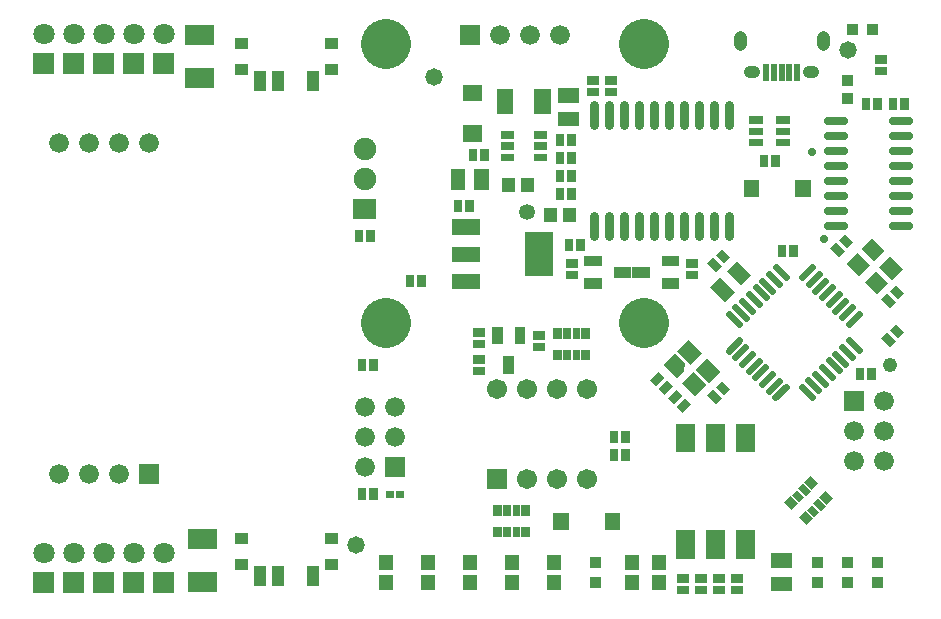
<source format=gts>
G04 Layer: TopSolderMaskLayer*
G04 EasyEDA v6.4.25, 2021-12-03T12:42:08+01:00*
G04 2d58df8d6caf48aab7ee05f2cd6f65b2,9c416354eb984020824aaf9c885bead6,10*
G04 Gerber Generator version 0.2*
G04 Scale: 100 percent, Rotated: No, Reflected: No *
G04 Dimensions in inches *
G04 leading zeros omitted , absolute positions ,3 integer and 6 decimal *
%FSLAX36Y36*%
%MOIN*%

%ADD71C,0.0277*%
%ADD72C,0.0414*%
%ADD73C,0.0434*%
%ADD74C,0.0217*%
%ADD75C,0.0316*%
%ADD76C,0.1655*%
%ADD77C,0.0580*%
%ADD78C,0.0530*%
%ADD79C,0.0280*%
%ADD80C,0.0480*%
%ADD81R,0.0660X0.0660*%
%ADD82C,0.0660*%
%ADD84C,0.0709*%
%ADD96C,0.0670*%
%ADD100C,0.0749*%

%LPD*%
D71*
X2469247Y625000D02*
G01*
X2415352Y625000D01*
X2469247Y575000D02*
G01*
X2415352Y575000D01*
X2469247Y525000D02*
G01*
X2415352Y525000D01*
X2469247Y475000D02*
G01*
X2415352Y475000D01*
X2469247Y425000D02*
G01*
X2415352Y425000D01*
X2469247Y375000D02*
G01*
X2415352Y375000D01*
X2469247Y325000D02*
G01*
X2415352Y325000D01*
X2469247Y275000D02*
G01*
X2415352Y275000D01*
X2684648Y625000D02*
G01*
X2630752Y625000D01*
X2684648Y575000D02*
G01*
X2630752Y575000D01*
X2684648Y525000D02*
G01*
X2630752Y525000D01*
X2684648Y475000D02*
G01*
X2630752Y475000D01*
X2684648Y425000D02*
G01*
X2630752Y425000D01*
X2684648Y375000D02*
G01*
X2630752Y375000D01*
X2684648Y325000D02*
G01*
X2630752Y325000D01*
X2684648Y275000D02*
G01*
X2630752Y275000D01*
D72*
X2167485Y786849D02*
G01*
X2155673Y786849D01*
X2364336Y786849D02*
G01*
X2352524Y786849D01*
D73*
X2397799Y882323D02*
G01*
X2397799Y903976D01*
X2122209Y882323D02*
G01*
X2122209Y903976D01*
D74*
X2360722Y136633D02*
G01*
X2327317Y103227D01*
X2383002Y114353D02*
G01*
X2349597Y80947D01*
X2405272Y92082D02*
G01*
X2371867Y58676D01*
X2427542Y69812D02*
G01*
X2394137Y36406D01*
X2449813Y47543D02*
G01*
X2416406Y14137D01*
X2472083Y25273D02*
G01*
X2438676Y-8132D01*
X2494353Y3002D02*
G01*
X2460946Y-30403D01*
X2516633Y-19277D02*
G01*
X2483226Y-52683D01*
X2516273Y-140372D02*
G01*
X2482866Y-106966D01*
X2494003Y-162653D02*
G01*
X2460596Y-129247D01*
X2471733Y-184922D02*
G01*
X2438326Y-151516D01*
X2449462Y-207193D02*
G01*
X2416057Y-173787D01*
X2427192Y-229463D02*
G01*
X2393787Y-196057D01*
X2404922Y-251732D02*
G01*
X2371517Y-218326D01*
X2382653Y-274002D02*
G01*
X2349246Y-240596D01*
X2360372Y-296273D02*
G01*
X2326967Y-262867D01*
X2272682Y-263227D02*
G01*
X2239277Y-296633D01*
X2250402Y-240947D02*
G01*
X2216997Y-274353D01*
X2228132Y-218676D02*
G01*
X2194727Y-252082D01*
X2205862Y-196406D02*
G01*
X2172457Y-229812D01*
X2183593Y-174137D02*
G01*
X2150186Y-207543D01*
X2161323Y-151867D02*
G01*
X2127916Y-185273D01*
X2139053Y-129596D02*
G01*
X2105646Y-163002D01*
X2116773Y-107316D02*
G01*
X2083366Y-140722D01*
X2117133Y-53033D02*
G01*
X2083726Y-19627D01*
X2139403Y-30763D02*
G01*
X2105996Y2642D01*
X2161673Y-8483D02*
G01*
X2128266Y24922D01*
X2183942Y13777D02*
G01*
X2150537Y47182D01*
X2206223Y36057D02*
G01*
X2172816Y69463D01*
X2228482Y58326D02*
G01*
X2195077Y91732D01*
X2250762Y80596D02*
G01*
X2217357Y114002D01*
X2273032Y102867D02*
G01*
X2239627Y136273D01*
D75*
X1635000Y241494D02*
G01*
X1635000Y308424D01*
X1685000Y241494D02*
G01*
X1685000Y308424D01*
X1735000Y241494D02*
G01*
X1735000Y308424D01*
X1785000Y241494D02*
G01*
X1785000Y308424D01*
X1835000Y241494D02*
G01*
X1835000Y308424D01*
X1885000Y241494D02*
G01*
X1885000Y308424D01*
X1935000Y241494D02*
G01*
X1935000Y308424D01*
X1985000Y241494D02*
G01*
X1985000Y308424D01*
X2035000Y241494D02*
G01*
X2035000Y308424D01*
X2085000Y241494D02*
G01*
X2085000Y308424D01*
X1635000Y611574D02*
G01*
X1635000Y678503D01*
X1685000Y611574D02*
G01*
X1685000Y678503D01*
X1735000Y611574D02*
G01*
X1735000Y678503D01*
X1785000Y611574D02*
G01*
X1785000Y678503D01*
X1835000Y611574D02*
G01*
X1835000Y678503D01*
X1885000Y611574D02*
G01*
X1885000Y678503D01*
X1935000Y611574D02*
G01*
X1935000Y678503D01*
X1985000Y611574D02*
G01*
X1985000Y678503D01*
X2035000Y611574D02*
G01*
X2035000Y678503D01*
X2085000Y611574D02*
G01*
X2085000Y678503D01*
D76*
X940000Y880000D02*
G01*
X940000Y880000D01*
X1800000Y880000D02*
G01*
X1800000Y880000D01*
X940000Y-50000D02*
G01*
X940000Y-50000D01*
X1800000Y-50000D02*
G01*
X1800000Y-50000D01*
D77*
G01*
X840000Y-790000D03*
G01*
X1100000Y770000D03*
D78*
G01*
X1410000Y320000D03*
D77*
G01*
X2480000Y860000D03*
D79*
G01*
X2360000Y520000D03*
G01*
X2400000Y230000D03*
D80*
G01*
X2620000Y-190000D03*
G36*
X116999Y-584200D02*
G01*
X116999Y-518200D01*
X183000Y-518200D01*
X183000Y-584200D01*
G37*
D82*
G01*
X50000Y-551199D03*
G01*
X-50000Y-551199D03*
G01*
X-150000Y-551199D03*
G01*
X-150000Y551199D03*
G01*
X-50000Y551199D03*
G01*
X50000Y551199D03*
G01*
X150000Y551199D03*
G36*
X164499Y-950500D02*
G01*
X164499Y-879499D01*
X235500Y-879499D01*
X235500Y-950500D01*
G37*
D84*
G01*
X200000Y-815000D03*
G36*
X64499Y-950500D02*
G01*
X64499Y-879499D01*
X135500Y-879499D01*
X135500Y-950500D01*
G37*
G01*
X100000Y-815000D03*
G36*
X-35500Y-950500D02*
G01*
X-35500Y-879499D01*
X35500Y-879499D01*
X35500Y-950500D01*
G37*
G01*
X0Y-815000D03*
G36*
X-135500Y-950500D02*
G01*
X-135500Y-879499D01*
X-64499Y-879499D01*
X-64499Y-950500D01*
G37*
G01*
X-100000Y-815000D03*
G36*
X-235500Y-950500D02*
G01*
X-235500Y-879499D01*
X-164499Y-879499D01*
X-164499Y-950500D01*
G37*
G01*
X-200000Y-815000D03*
G36*
X164499Y779499D02*
G01*
X164499Y850500D01*
X235500Y850500D01*
X235500Y779499D01*
G37*
G01*
X200000Y915000D03*
G36*
X64499Y779499D02*
G01*
X64499Y850500D01*
X135500Y850500D01*
X135500Y779499D01*
G37*
G01*
X100000Y915000D03*
G36*
X-35500Y779499D02*
G01*
X-35500Y850500D01*
X35500Y850500D01*
X35500Y779499D01*
G37*
G01*
X0Y915000D03*
G36*
X-135500Y779499D02*
G01*
X-135500Y850500D01*
X-64499Y850500D01*
X-64499Y779499D01*
G37*
G01*
X-100000Y915000D03*
G36*
X-235500Y779499D02*
G01*
X-235500Y850500D01*
X-164499Y850500D01*
X-164499Y779499D01*
G37*
G01*
X-200000Y915000D03*
G36*
X271199Y735300D02*
G01*
X271199Y802600D01*
X368800Y802600D01*
X368800Y735300D01*
G37*
G36*
X271199Y877399D02*
G01*
X271199Y944699D01*
X368800Y944699D01*
X368800Y877399D01*
G37*
G36*
X281199Y-944699D02*
G01*
X281199Y-877399D01*
X378800Y-877399D01*
X378800Y-944699D01*
G37*
G36*
X281199Y-802600D02*
G01*
X281199Y-735300D01*
X378800Y-735300D01*
X378800Y-802600D01*
G37*
G36*
X973900Y-632600D02*
G01*
X973900Y-607399D01*
X1000200Y-607399D01*
X1000200Y-632600D01*
G37*
G36*
X939800Y-632600D02*
G01*
X939800Y-607399D01*
X966099Y-607399D01*
X966099Y-632600D01*
G37*
G36*
X2478100Y200199D02*
G01*
X2450200Y228099D01*
X2469700Y247699D01*
X2497700Y219699D01*
G37*
G36*
X2450299Y172300D02*
G01*
X2422299Y200300D01*
X2441899Y219800D01*
X2469799Y191900D01*
G37*
G36*
X2620299Y2300D02*
G01*
X2592299Y30300D01*
X2611899Y49800D01*
X2639799Y21900D01*
G37*
G36*
X2648100Y30199D02*
G01*
X2620200Y58099D01*
X2639700Y77699D01*
X2667700Y49699D01*
G37*
G36*
X2517799Y107199D02*
G01*
X2476000Y149000D01*
X2512200Y185300D01*
X2553999Y143499D01*
G37*
G36*
X2578999Y45999D02*
G01*
X2537200Y87800D01*
X2573500Y124000D01*
X2615299Y82199D01*
G37*
G36*
X2627799Y94699D02*
G01*
X2586000Y136500D01*
X2622200Y172800D01*
X2663999Y130999D01*
G37*
G36*
X2566499Y155999D02*
G01*
X2524700Y197800D01*
X2561000Y234000D01*
X2602799Y192199D01*
G37*
G36*
X2250100Y758200D02*
G01*
X2250100Y815399D01*
X2269899Y815399D01*
X2269899Y758200D01*
G37*
G36*
X2224499Y758200D02*
G01*
X2224499Y815399D01*
X2244300Y815399D01*
X2244300Y758200D01*
G37*
G36*
X2198900Y758200D02*
G01*
X2198900Y815399D01*
X2218699Y815399D01*
X2218699Y758200D01*
G37*
G36*
X2275699Y758200D02*
G01*
X2275699Y815399D01*
X2295500Y815399D01*
X2295500Y758200D01*
G37*
G36*
X2301300Y758200D02*
G01*
X2301300Y815399D01*
X2321099Y815399D01*
X2321099Y758200D01*
G37*
G36*
X1298000Y-763200D02*
G01*
X1298000Y-727699D01*
X1327600Y-727699D01*
X1327600Y-763200D01*
G37*
G36*
X1298000Y-692300D02*
G01*
X1298000Y-656799D01*
X1327600Y-656799D01*
X1327600Y-692300D01*
G37*
G36*
X1332399Y-763200D02*
G01*
X1332399Y-727699D01*
X1356099Y-727699D01*
X1356099Y-763200D01*
G37*
G36*
X1332399Y-692300D02*
G01*
X1332399Y-656799D01*
X1356099Y-656799D01*
X1356099Y-692300D01*
G37*
G36*
X1363900Y-763200D02*
G01*
X1363900Y-727699D01*
X1387600Y-727699D01*
X1387600Y-763200D01*
G37*
G36*
X1363900Y-692300D02*
G01*
X1363900Y-656799D01*
X1387600Y-656799D01*
X1387600Y-692300D01*
G37*
G36*
X1392399Y-763200D02*
G01*
X1392399Y-727699D01*
X1421999Y-727699D01*
X1421999Y-763200D01*
G37*
G36*
X1392399Y-692300D02*
G01*
X1392399Y-656799D01*
X1421999Y-656799D01*
X1421999Y-692300D01*
G37*
G36*
X1498000Y-173200D02*
G01*
X1498000Y-137699D01*
X1527600Y-137699D01*
X1527600Y-173200D01*
G37*
G36*
X1498000Y-102300D02*
G01*
X1498000Y-66799D01*
X1527600Y-66799D01*
X1527600Y-102300D01*
G37*
G36*
X1532399Y-173200D02*
G01*
X1532399Y-137699D01*
X1556099Y-137699D01*
X1556099Y-173200D01*
G37*
G36*
X1532399Y-102300D02*
G01*
X1532399Y-66799D01*
X1556099Y-66799D01*
X1556099Y-102300D01*
G37*
G36*
X1563900Y-173200D02*
G01*
X1563900Y-137699D01*
X1587600Y-137699D01*
X1587600Y-173200D01*
G37*
G36*
X1563900Y-102300D02*
G01*
X1563900Y-66799D01*
X1587600Y-66799D01*
X1587600Y-102300D01*
G37*
G36*
X1592399Y-173200D02*
G01*
X1592399Y-137699D01*
X1621999Y-137699D01*
X1621999Y-173200D01*
G37*
G36*
X1592399Y-102300D02*
G01*
X1592399Y-66799D01*
X1621999Y-66799D01*
X1621999Y-102300D01*
G37*
G36*
X2343699Y-721500D02*
G01*
X2318599Y-696399D01*
X2339600Y-675399D01*
X2364700Y-700500D01*
G37*
G36*
X2293599Y-671399D02*
G01*
X2268500Y-646300D01*
X2289499Y-625300D01*
X2314600Y-650399D01*
G37*
G36*
X2368100Y-697100D02*
G01*
X2343000Y-671999D01*
X2359700Y-655300D01*
X2384799Y-680399D01*
G37*
G36*
X2318000Y-646999D02*
G01*
X2292899Y-621900D01*
X2309600Y-605199D01*
X2334700Y-630300D01*
G37*
G36*
X2390399Y-674800D02*
G01*
X2365299Y-649699D01*
X2381999Y-633000D01*
X2407100Y-658099D01*
G37*
G36*
X2340299Y-624699D02*
G01*
X2315200Y-599600D01*
X2331899Y-582899D01*
X2356999Y-608000D01*
G37*
G36*
X2410500Y-654699D02*
G01*
X2385399Y-629600D01*
X2406400Y-608600D01*
X2431499Y-633699D01*
G37*
G36*
X2360399Y-604499D02*
G01*
X2335299Y-579400D01*
X2356300Y-558499D01*
X2381400Y-583600D01*
G37*
G36*
X1622299Y-864200D02*
G01*
X1622299Y-828800D01*
X1657700Y-828800D01*
X1657700Y-864200D01*
G37*
G36*
X1622299Y-931199D02*
G01*
X1622299Y-895799D01*
X1657700Y-895799D01*
X1657700Y-931199D01*
G37*
G36*
X1323199Y489800D02*
G01*
X1323199Y515399D01*
X1366599Y515399D01*
X1366599Y489800D01*
G37*
G36*
X1323199Y527199D02*
G01*
X1323199Y552800D01*
X1366599Y552800D01*
X1366599Y527199D01*
G37*
G36*
X1323199Y564600D02*
G01*
X1323199Y590199D01*
X1366599Y590199D01*
X1366599Y564600D01*
G37*
G36*
X1433400Y564600D02*
G01*
X1433400Y590199D01*
X1476800Y590199D01*
X1476800Y564600D01*
G37*
G36*
X1433400Y527199D02*
G01*
X1433400Y552800D01*
X1476800Y552800D01*
X1476800Y527199D01*
G37*
G36*
X1433400Y489800D02*
G01*
X1433400Y515399D01*
X1476800Y515399D01*
X1476800Y489800D01*
G37*
G36*
X2151700Y614899D02*
G01*
X2151700Y639899D01*
X2197899Y639899D01*
X2197899Y614899D01*
G37*
G36*
X2151700Y577500D02*
G01*
X2151700Y602500D01*
X2197899Y602500D01*
X2197899Y577500D01*
G37*
G36*
X2151700Y540100D02*
G01*
X2151700Y565100D01*
X2197899Y565100D01*
X2197899Y540100D01*
G37*
G36*
X2242100Y540100D02*
G01*
X2242100Y565100D01*
X2288299Y565100D01*
X2288299Y540100D01*
G37*
G36*
X2242100Y577500D02*
G01*
X2242100Y602500D01*
X2288299Y602500D01*
X2288299Y577500D01*
G37*
G36*
X2242100Y614899D02*
G01*
X2242100Y639899D01*
X2288299Y639899D01*
X2288299Y614899D01*
G37*
G36*
X1276499Y-603499D02*
G01*
X1276499Y-536500D01*
X1343500Y-536500D01*
X1343500Y-603499D01*
G37*
D96*
G01*
X1410000Y-570000D03*
G01*
X1510000Y-570000D03*
G01*
X1610000Y-570000D03*
G01*
X1610000Y-270000D03*
G01*
X1510000Y-270000D03*
G01*
X1410000Y-270000D03*
G01*
X1310000Y-270000D03*
G36*
X2132799Y371199D02*
G01*
X2132799Y428800D01*
X2185200Y428800D01*
X2185200Y371199D01*
G37*
G36*
X2304799Y371199D02*
G01*
X2304799Y428800D01*
X2357200Y428800D01*
X2357200Y371199D01*
G37*
G36*
X1669799Y-738800D02*
G01*
X1669799Y-681199D01*
X1722200Y-681199D01*
X1722200Y-738800D01*
G37*
G36*
X1497799Y-738800D02*
G01*
X1497799Y-681199D01*
X1550200Y-681199D01*
X1550200Y-738800D01*
G37*
G36*
X501700Y-925999D02*
G01*
X501700Y-859000D01*
X541100Y-859000D01*
X541100Y-925999D01*
G37*
G36*
X560799Y-925999D02*
G01*
X560799Y-859000D01*
X600199Y-859000D01*
X600199Y-925999D01*
G37*
G36*
X678899Y-925999D02*
G01*
X678899Y-859000D01*
X718299Y-859000D01*
X718299Y-925999D01*
G37*
G36*
X438699Y-873800D02*
G01*
X438699Y-834400D01*
X482100Y-834400D01*
X482100Y-873800D01*
G37*
G36*
X438699Y-787199D02*
G01*
X438699Y-747800D01*
X482100Y-747800D01*
X482100Y-787199D01*
G37*
G36*
X737899Y-873800D02*
G01*
X737899Y-834400D01*
X781300Y-834400D01*
X781300Y-873800D01*
G37*
G36*
X737899Y-787199D02*
G01*
X737899Y-747800D01*
X781300Y-747800D01*
X781300Y-787199D01*
G37*
G36*
X501700Y724000D02*
G01*
X501700Y790999D01*
X541100Y790999D01*
X541100Y724000D01*
G37*
G36*
X560799Y724000D02*
G01*
X560799Y790999D01*
X600199Y790999D01*
X600199Y724000D01*
G37*
G36*
X678899Y724000D02*
G01*
X678899Y790999D01*
X718299Y790999D01*
X718299Y724000D01*
G37*
G36*
X438699Y776199D02*
G01*
X438699Y815599D01*
X482100Y815599D01*
X482100Y776199D01*
G37*
G36*
X438699Y862800D02*
G01*
X438699Y902199D01*
X482100Y902199D01*
X482100Y862800D01*
G37*
G36*
X737899Y776199D02*
G01*
X737899Y815599D01*
X781300Y815599D01*
X781300Y776199D01*
G37*
G36*
X737899Y862800D02*
G01*
X737899Y902199D01*
X781300Y902199D01*
X781300Y862800D01*
G37*
G36*
X875799Y220300D02*
G01*
X875799Y259699D01*
X903499Y259699D01*
X903499Y220300D01*
G37*
G36*
X836500Y220300D02*
G01*
X836500Y259699D01*
X864200Y259699D01*
X864200Y220300D01*
G37*
D100*
G01*
X870000Y530000D03*
G01*
X870000Y430000D03*
G36*
X832600Y296999D02*
G01*
X832600Y363000D01*
X907399Y363000D01*
X907399Y296999D01*
G37*
G36*
X2461000Y682500D02*
G01*
X2461000Y718200D01*
X2498999Y718200D01*
X2498999Y682500D01*
G37*
G36*
X2461000Y741799D02*
G01*
X2461000Y777500D01*
X2498999Y777500D01*
X2498999Y741799D01*
G37*
D82*
G01*
X870000Y-330000D03*
G01*
X970000Y-330000D03*
G01*
X870000Y-430000D03*
G01*
X970000Y-430000D03*
G01*
X870000Y-530000D03*
D81*
G01*
X970000Y-530000D03*
D82*
G01*
X2600000Y-510000D03*
G01*
X2500000Y-510000D03*
G01*
X2600000Y-410000D03*
G01*
X2500000Y-410000D03*
G01*
X2600000Y-310000D03*
G36*
X2466999Y-343000D02*
G01*
X2466999Y-276999D01*
X2533000Y-276999D01*
X2533000Y-343000D01*
G37*
G36*
X885799Y-209699D02*
G01*
X885799Y-170300D01*
X913499Y-170300D01*
X913499Y-209699D01*
G37*
G36*
X846500Y-209699D02*
G01*
X846500Y-170300D01*
X874200Y-170300D01*
X874200Y-209699D01*
G37*
G36*
X885799Y-639699D02*
G01*
X885799Y-600300D01*
X913499Y-600300D01*
X913499Y-639699D01*
G37*
G36*
X846500Y-639699D02*
G01*
X846500Y-600300D01*
X874200Y-600300D01*
X874200Y-639699D01*
G37*
G36*
X1404700Y107100D02*
G01*
X1404700Y252899D01*
X1499300Y252899D01*
X1499300Y107100D01*
G37*
G36*
X1160699Y63800D02*
G01*
X1160699Y115100D01*
X1255299Y115100D01*
X1255299Y63800D01*
G37*
G36*
X1160699Y154299D02*
G01*
X1160699Y205700D01*
X1255299Y205700D01*
X1255299Y154299D01*
G37*
G36*
X1160699Y244899D02*
G01*
X1160699Y296199D01*
X1255299Y296199D01*
X1255299Y244899D01*
G37*
G36*
X1536499Y190300D02*
G01*
X1536499Y229699D01*
X1564200Y229699D01*
X1564200Y190300D01*
G37*
G36*
X1575799Y190300D02*
G01*
X1575799Y229699D01*
X1603500Y229699D01*
X1603500Y190300D01*
G37*
G36*
X1610299Y706500D02*
G01*
X1610299Y734200D01*
X1649700Y734200D01*
X1649700Y706500D01*
G37*
G36*
X1610299Y745799D02*
G01*
X1610299Y773499D01*
X1649700Y773499D01*
X1649700Y745799D01*
G37*
G36*
X1545799Y420300D02*
G01*
X1545799Y459699D01*
X1573500Y459699D01*
X1573500Y420300D01*
G37*
G36*
X1506499Y420300D02*
G01*
X1506499Y459699D01*
X1534200Y459699D01*
X1534200Y420300D01*
G37*
G36*
X1670299Y706500D02*
G01*
X1670299Y734200D01*
X1709700Y734200D01*
X1709700Y706500D01*
G37*
G36*
X1670299Y745799D02*
G01*
X1670299Y773499D01*
X1709700Y773499D01*
X1709700Y745799D01*
G37*
G36*
X1545799Y480300D02*
G01*
X1545799Y519800D01*
X1573500Y519800D01*
X1573500Y480300D01*
G37*
G36*
X1506499Y480300D02*
G01*
X1506499Y519800D01*
X1534200Y519800D01*
X1534200Y480300D01*
G37*
G36*
X1762200Y102199D02*
G01*
X1762200Y137800D01*
X1819399Y137800D01*
X1819399Y102199D01*
G37*
G36*
X1860600Y139600D02*
G01*
X1860600Y175199D01*
X1917799Y175199D01*
X1917799Y139600D01*
G37*
G36*
X1860600Y64800D02*
G01*
X1860600Y100399D01*
X1917799Y100399D01*
X1917799Y64800D01*
G37*
G36*
X1602200Y139600D02*
G01*
X1602200Y175199D01*
X1659399Y175199D01*
X1659399Y139600D01*
G37*
G36*
X1602200Y64800D02*
G01*
X1602200Y100399D01*
X1659399Y100399D01*
X1659399Y64800D01*
G37*
G36*
X1700600Y102199D02*
G01*
X1700600Y137800D01*
X1757799Y137800D01*
X1757799Y102199D01*
G37*
G36*
X1332200Y-217800D02*
G01*
X1332200Y-160599D01*
X1367799Y-160599D01*
X1367799Y-217800D01*
G37*
G36*
X1294799Y-119400D02*
G01*
X1294799Y-62199D01*
X1330399Y-62199D01*
X1330399Y-119400D01*
G37*
G36*
X1369600Y-119400D02*
G01*
X1369600Y-62199D01*
X1405200Y-62199D01*
X1405200Y-119400D01*
G37*
G36*
X1430299Y-104200D02*
G01*
X1430299Y-76500D01*
X1469700Y-76500D01*
X1469700Y-104200D01*
G37*
G36*
X1430299Y-143499D02*
G01*
X1430299Y-115799D01*
X1469700Y-115799D01*
X1469700Y-143499D01*
G37*
G36*
X1230299Y-133499D02*
G01*
X1230299Y-105799D01*
X1269700Y-105799D01*
X1269700Y-133499D01*
G37*
G36*
X1230299Y-94200D02*
G01*
X1230299Y-66500D01*
X1269700Y-66500D01*
X1269700Y-94200D01*
G37*
G36*
X2090299Y-953499D02*
G01*
X2090299Y-925799D01*
X2129700Y-925799D01*
X2129700Y-953499D01*
G37*
G36*
X2090299Y-914200D02*
G01*
X2090299Y-886500D01*
X2129700Y-886500D01*
X2129700Y-914200D01*
G37*
G36*
X1929700Y-347699D02*
G01*
X1910200Y-328099D01*
X1938100Y-300199D01*
X1957700Y-319699D01*
G37*
G36*
X1901899Y-319800D02*
G01*
X1882299Y-300300D01*
X1910299Y-272300D01*
X1929799Y-291900D01*
G37*
G36*
X2030299Y-953499D02*
G01*
X2030299Y-925799D01*
X2069700Y-925799D01*
X2069700Y-953499D01*
G37*
G36*
X2030299Y-914200D02*
G01*
X2030299Y-886500D01*
X2069700Y-886500D01*
X2069700Y-914200D01*
G37*
G36*
X1970299Y-953499D02*
G01*
X1970299Y-925799D01*
X2009700Y-925799D01*
X2009700Y-953499D01*
G37*
G36*
X1970299Y-914200D02*
G01*
X1970299Y-886500D01*
X2009700Y-886500D01*
X2009700Y-914200D01*
G37*
G36*
X1910299Y-953499D02*
G01*
X1910299Y-925799D01*
X1949700Y-925799D01*
X1949700Y-953499D01*
G37*
G36*
X1910299Y-914200D02*
G01*
X1910299Y-886500D01*
X1949700Y-886500D01*
X1949700Y-914200D01*
G37*
G36*
X2462299Y-864200D02*
G01*
X2462299Y-828800D01*
X2497700Y-828800D01*
X2497700Y-864200D01*
G37*
G36*
X2462299Y-931199D02*
G01*
X2462299Y-895799D01*
X2497700Y-895799D01*
X2497700Y-931199D01*
G37*
G36*
X2545799Y912300D02*
G01*
X2545799Y947699D01*
X2581199Y947699D01*
X2581199Y912300D01*
G37*
G36*
X2478800Y912300D02*
G01*
X2478800Y947699D01*
X2514200Y947699D01*
X2514200Y912300D01*
G37*
G36*
X2562299Y-864200D02*
G01*
X2562299Y-828800D01*
X2597700Y-828800D01*
X2597700Y-864200D01*
G37*
G36*
X2562299Y-931199D02*
G01*
X2562299Y-895799D01*
X2597700Y-895799D01*
X2597700Y-931199D01*
G37*
G36*
X2362299Y-864200D02*
G01*
X2362299Y-828800D01*
X2397700Y-828800D01*
X2397700Y-864200D01*
G37*
G36*
X2362299Y-931199D02*
G01*
X2362299Y-895799D01*
X2397700Y-895799D01*
X2397700Y-931199D01*
G37*
G36*
X1686499Y-449699D02*
G01*
X1686499Y-410300D01*
X1714200Y-410300D01*
X1714200Y-449699D01*
G37*
G36*
X1725799Y-449699D02*
G01*
X1725799Y-410300D01*
X1753500Y-410300D01*
X1753500Y-449699D01*
G37*
G36*
X1686499Y-509699D02*
G01*
X1686499Y-470300D01*
X1714200Y-470300D01*
X1714200Y-509699D01*
G37*
G36*
X1725799Y-509699D02*
G01*
X1725799Y-470300D01*
X1753500Y-470300D01*
X1753500Y-509699D01*
G37*
G36*
X1940299Y96500D02*
G01*
X1940299Y124200D01*
X1979700Y124200D01*
X1979700Y96500D01*
G37*
G36*
X1940299Y135799D02*
G01*
X1940299Y163499D01*
X1979700Y163499D01*
X1979700Y135799D01*
G37*
G36*
X1230299Y-223499D02*
G01*
X1230299Y-195799D01*
X1269799Y-195799D01*
X1269799Y-223499D01*
G37*
G36*
X1230299Y-184200D02*
G01*
X1230299Y-156500D01*
X1269799Y-156500D01*
X1269799Y-184200D01*
G37*
G36*
X2068100Y150199D02*
G01*
X2040200Y178099D01*
X2059700Y197699D01*
X2087700Y169699D01*
G37*
G36*
X2040299Y122300D02*
G01*
X2012299Y150300D01*
X2031899Y169800D01*
X2059799Y141900D01*
G37*
G36*
X2545799Y-239699D02*
G01*
X2545799Y-200199D01*
X2573500Y-200199D01*
X2573500Y-239699D01*
G37*
G36*
X2506499Y-239699D02*
G01*
X2506499Y-200199D01*
X2534200Y-200199D01*
X2534200Y-239699D01*
G37*
G36*
X2526499Y660199D02*
G01*
X2526499Y699699D01*
X2554200Y699699D01*
X2554200Y660199D01*
G37*
G36*
X2565799Y660199D02*
G01*
X2565799Y699699D01*
X2593500Y699699D01*
X2593500Y660199D01*
G37*
G36*
X2620299Y-127699D02*
G01*
X2592299Y-99699D01*
X2611899Y-80199D01*
X2639799Y-108099D01*
G37*
G36*
X2648100Y-99800D02*
G01*
X2620200Y-71900D01*
X2639700Y-52300D01*
X2667700Y-80300D01*
G37*
G36*
X1515500Y606900D02*
G01*
X1515500Y654299D01*
X1584499Y654299D01*
X1584499Y606900D01*
G37*
G36*
X1515500Y685700D02*
G01*
X1515500Y733099D01*
X1584499Y733099D01*
X1584499Y685700D01*
G37*
G36*
X1545799Y540300D02*
G01*
X1545799Y579800D01*
X1573500Y579800D01*
X1573500Y540300D01*
G37*
G36*
X1506499Y540300D02*
G01*
X1506499Y579800D01*
X1534200Y579800D01*
X1534200Y540300D01*
G37*
G36*
X1156899Y395500D02*
G01*
X1156899Y464499D01*
X1204300Y464499D01*
X1204300Y395500D01*
G37*
G36*
X1235699Y395500D02*
G01*
X1235699Y464499D01*
X1283100Y464499D01*
X1283100Y395500D01*
G37*
G36*
X1216499Y490199D02*
G01*
X1216499Y529699D01*
X1244200Y529699D01*
X1244200Y490199D01*
G37*
G36*
X1255799Y490199D02*
G01*
X1255799Y529699D01*
X1283500Y529699D01*
X1283500Y490199D01*
G37*
G36*
X1006499Y70199D02*
G01*
X1006499Y109699D01*
X1034200Y109699D01*
X1034200Y70199D01*
G37*
G36*
X1045799Y70199D02*
G01*
X1045799Y109699D01*
X1073500Y109699D01*
X1073500Y70199D01*
G37*
G36*
X1166499Y320199D02*
G01*
X1166499Y359699D01*
X1194200Y359699D01*
X1194200Y320199D01*
G37*
G36*
X1205799Y320199D02*
G01*
X1205799Y359699D01*
X1233500Y359699D01*
X1233500Y320199D01*
G37*
G36*
X2246499Y170300D02*
G01*
X2246499Y209699D01*
X2274200Y209699D01*
X2274200Y170300D01*
G37*
G36*
X2285799Y170300D02*
G01*
X2285799Y209699D01*
X2313500Y209699D01*
X2313500Y170300D01*
G37*
G36*
X1506499Y360300D02*
G01*
X1506499Y399699D01*
X1534200Y399699D01*
X1534200Y360300D01*
G37*
G36*
X1545799Y360300D02*
G01*
X1545799Y399699D01*
X1573500Y399699D01*
X1573500Y360300D01*
G37*
G36*
X2068100Y-289800D02*
G01*
X2040200Y-261900D01*
X2059700Y-242300D01*
X2087700Y-270300D01*
G37*
G36*
X2040299Y-317699D02*
G01*
X2012299Y-289699D01*
X2031899Y-270199D01*
X2059799Y-298099D01*
G37*
G36*
X1841899Y-259800D02*
G01*
X1822299Y-240300D01*
X1850299Y-212300D01*
X1869799Y-231900D01*
G37*
G36*
X1869700Y-287699D02*
G01*
X1850200Y-268099D01*
X1878100Y-240199D01*
X1897700Y-259699D01*
G37*
G36*
X1198400Y555399D02*
G01*
X1198400Y610700D01*
X1261599Y610700D01*
X1261599Y555399D01*
G37*
G36*
X1198400Y689299D02*
G01*
X1198400Y744600D01*
X1261599Y744600D01*
X1261599Y689299D01*
G37*
G36*
X1186999Y876999D02*
G01*
X1186999Y943000D01*
X1253000Y943000D01*
X1253000Y876999D01*
G37*
G01*
X1320000Y910000D03*
G01*
X1420000Y910000D03*
G01*
X1520000Y910000D03*
G36*
X916500Y-871999D02*
G01*
X916500Y-820999D01*
X963500Y-820999D01*
X963500Y-871999D01*
G37*
G36*
X916500Y-939000D02*
G01*
X916500Y-888000D01*
X963500Y-888000D01*
X963500Y-939000D01*
G37*
G36*
X1056499Y-871999D02*
G01*
X1056499Y-820999D01*
X1103500Y-820999D01*
X1103500Y-871999D01*
G37*
G36*
X1056499Y-939000D02*
G01*
X1056499Y-888000D01*
X1103500Y-888000D01*
X1103500Y-939000D01*
G37*
G36*
X1196499Y-871999D02*
G01*
X1196499Y-820999D01*
X1243500Y-820999D01*
X1243500Y-871999D01*
G37*
G36*
X1196499Y-939000D02*
G01*
X1196499Y-888000D01*
X1243500Y-888000D01*
X1243500Y-939000D01*
G37*
G36*
X1336499Y-871999D02*
G01*
X1336499Y-820999D01*
X1383500Y-820999D01*
X1383500Y-871999D01*
G37*
G36*
X1336499Y-939000D02*
G01*
X1336499Y-888000D01*
X1383500Y-888000D01*
X1383500Y-939000D01*
G37*
G36*
X1476499Y-871999D02*
G01*
X1476499Y-820999D01*
X1523500Y-820999D01*
X1523500Y-871999D01*
G37*
G36*
X1476499Y-939000D02*
G01*
X1476499Y-888000D01*
X1523500Y-888000D01*
X1523500Y-939000D01*
G37*
G36*
X1326800Y386300D02*
G01*
X1326800Y433699D01*
X1370200Y433699D01*
X1370200Y386300D01*
G37*
G36*
X1389799Y386300D02*
G01*
X1389799Y433699D01*
X1433199Y433699D01*
X1433199Y386300D01*
G37*
G36*
X1540299Y96500D02*
G01*
X1540299Y124200D01*
X1579700Y124200D01*
X1579700Y96500D01*
G37*
G36*
X1540299Y135799D02*
G01*
X1540299Y163499D01*
X1579700Y163499D01*
X1579700Y135799D01*
G37*
G36*
X1466800Y286300D02*
G01*
X1466800Y333699D01*
X1510200Y333699D01*
X1510200Y286300D01*
G37*
G36*
X1529799Y286300D02*
G01*
X1529799Y333699D01*
X1573199Y333699D01*
X1573199Y286300D01*
G37*
G36*
X2108000Y-479800D02*
G01*
X2108000Y-385799D01*
X2171999Y-385799D01*
X2171999Y-479800D01*
G37*
G36*
X2108000Y-834200D02*
G01*
X2108000Y-740199D01*
X2171999Y-740199D01*
X2171999Y-834200D01*
G37*
G36*
X2008000Y-834200D02*
G01*
X2008000Y-740199D01*
X2071999Y-740199D01*
X2071999Y-834200D01*
G37*
G36*
X2008000Y-479800D02*
G01*
X2008000Y-385799D01*
X2071999Y-385799D01*
X2071999Y-479800D01*
G37*
G36*
X1908000Y-479800D02*
G01*
X1908000Y-385799D01*
X1971999Y-385799D01*
X1971999Y-479800D01*
G37*
G36*
X1908000Y-834200D02*
G01*
X1908000Y-740199D01*
X1971999Y-740199D01*
X1971999Y-834200D01*
G37*
G36*
X2125500Y76700D02*
G01*
X2076700Y125500D01*
X2110200Y159000D01*
X2158999Y110199D01*
G37*
G36*
X2069799Y20999D02*
G01*
X2021000Y69800D01*
X2054499Y103299D01*
X2103299Y54499D01*
G37*
G36*
X2225500Y-864299D02*
G01*
X2225500Y-816900D01*
X2294499Y-816900D01*
X2294499Y-864299D01*
G37*
G36*
X2225500Y-943099D02*
G01*
X2225500Y-895700D01*
X2294499Y-895700D01*
X2294499Y-943099D01*
G37*
G36*
X2186499Y470199D02*
G01*
X2186499Y509699D01*
X2214200Y509699D01*
X2214200Y470199D01*
G37*
G36*
X2225799Y470199D02*
G01*
X2225799Y509699D01*
X2253500Y509699D01*
X2253500Y470199D01*
G37*
G36*
X2616499Y660199D02*
G01*
X2616499Y699699D01*
X2644200Y699699D01*
X2644200Y660199D01*
G37*
G36*
X2655799Y660199D02*
G01*
X2655799Y699699D01*
X2683500Y699699D01*
X2683500Y660199D01*
G37*
G36*
X2570299Y776500D02*
G01*
X2570299Y804200D01*
X2609700Y804200D01*
X2609700Y776500D01*
G37*
G36*
X2570299Y815799D02*
G01*
X2570299Y843499D01*
X2609700Y843499D01*
X2609700Y815799D01*
G37*
G36*
X1309399Y648600D02*
G01*
X1309399Y731399D01*
X1364600Y731399D01*
X1364600Y648600D01*
G37*
G36*
X1435399Y648600D02*
G01*
X1435399Y731399D01*
X1490600Y731399D01*
X1490600Y648600D01*
G37*
G36*
X2016400Y-249499D02*
G01*
X1971700Y-204899D01*
X2009399Y-167199D01*
X2053999Y-211799D01*
G37*
G36*
X1910600Y-232800D02*
G01*
X1865900Y-188200D01*
X1903599Y-150500D01*
X1936599Y-183400D01*
X1936000Y-207399D01*
G37*
G36*
X1955100Y-188200D02*
G01*
X1910500Y-143600D01*
X1948199Y-105900D01*
X1992799Y-150599D01*
G37*
G36*
X1971800Y-294000D02*
G01*
X1927200Y-249400D01*
X1964899Y-211700D01*
X2009499Y-256399D01*
G37*
G36*
X1736499Y-871999D02*
G01*
X1736499Y-820999D01*
X1783500Y-820999D01*
X1783500Y-871999D01*
G37*
G36*
X1736499Y-939000D02*
G01*
X1736499Y-888000D01*
X1783500Y-888000D01*
X1783500Y-939000D01*
G37*
G36*
X1826499Y-871999D02*
G01*
X1826499Y-820999D01*
X1873500Y-820999D01*
X1873500Y-871999D01*
G37*
G36*
X1826499Y-939000D02*
G01*
X1826499Y-888000D01*
X1873500Y-888000D01*
X1873500Y-939000D01*
G37*
M02*

</source>
